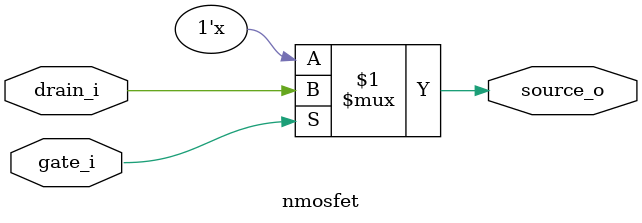
<source format=sv>
module nmosfet
  (input [0:0] gate_i
  ,input [0:0] drain_i
  ,output [0:0] source_o);

   assign source_o = gate_i ? drain_i : 1'bz;

endmodule
	   

</source>
